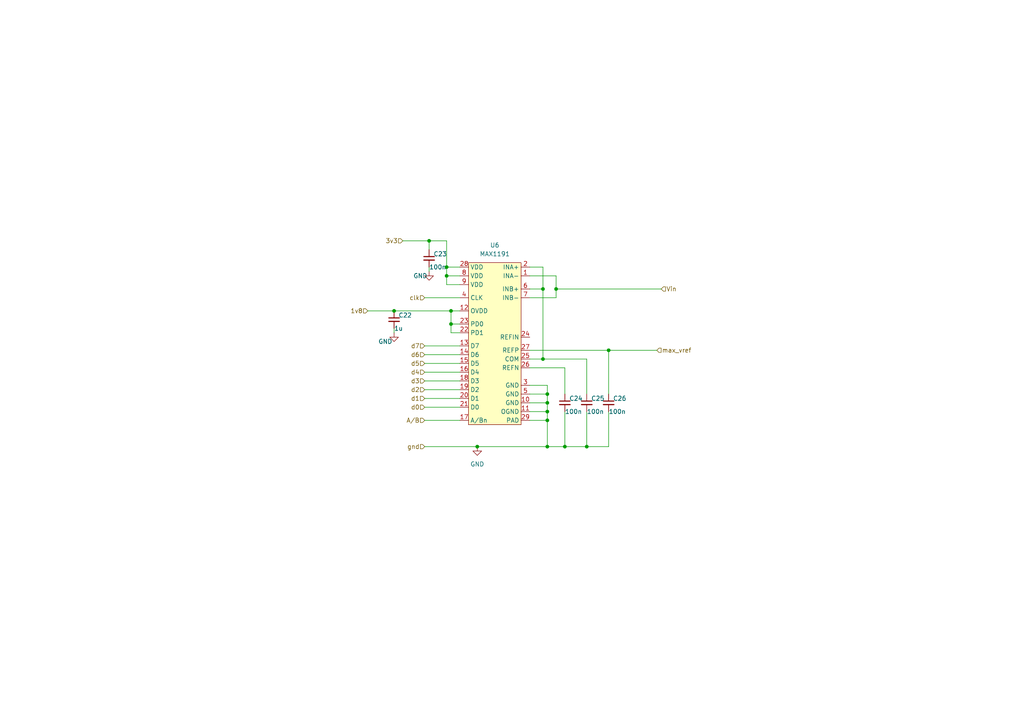
<source format=kicad_sch>
(kicad_sch (version 20211123) (generator eeschema)

  (uuid 3a186c3a-e753-4d92-969b-521b857a3f91)

  (paper "A4")

  (lib_symbols
    (symbol "0_kicad_custom_symbols:MAX1191" (in_bom yes) (on_board yes)
      (property "Reference" "U" (id 0) (at -1.27 25.4 0)
        (effects (font (size 1.27 1.27)))
      )
      (property "Value" "MAX1191" (id 1) (at -1.27 22.86 0)
        (effects (font (size 1.27 1.27)))
      )
      (property "Footprint" "" (id 2) (at -10.16 22.86 0)
        (effects (font (size 1.27 1.27)) hide)
      )
      (property "Datasheet" "" (id 3) (at -10.16 22.86 0)
        (effects (font (size 1.27 1.27)) hide)
      )
      (symbol "MAX1191_0_0"
        (pin unspecified line (at 10.16 17.78 180) (length 2.54)
          (name "INA-" (effects (font (size 1.27 1.27))))
          (number "1" (effects (font (size 1.27 1.27))))
        )
        (pin unspecified line (at 10.16 -19.05 180) (length 2.54)
          (name "GND" (effects (font (size 1.27 1.27))))
          (number "10" (effects (font (size 1.27 1.27))))
        )
        (pin unspecified line (at 10.16 -21.59 180) (length 2.54)
          (name "OGND" (effects (font (size 1.27 1.27))))
          (number "11" (effects (font (size 1.27 1.27))))
        )
        (pin unspecified line (at -10.16 7.62 0) (length 2.54)
          (name "OVDD" (effects (font (size 1.27 1.27))))
          (number "12" (effects (font (size 1.27 1.27))))
        )
        (pin unspecified line (at -10.16 -2.54 0) (length 2.54)
          (name "D7" (effects (font (size 1.27 1.27))))
          (number "13" (effects (font (size 1.27 1.27))))
        )
        (pin unspecified line (at -10.16 -5.08 0) (length 2.54)
          (name "D6" (effects (font (size 1.27 1.27))))
          (number "14" (effects (font (size 1.27 1.27))))
        )
        (pin unspecified line (at -10.16 -7.62 0) (length 2.54)
          (name "D5" (effects (font (size 1.27 1.27))))
          (number "15" (effects (font (size 1.27 1.27))))
        )
        (pin unspecified line (at -10.16 -10.16 0) (length 2.54)
          (name "D4" (effects (font (size 1.27 1.27))))
          (number "16" (effects (font (size 1.27 1.27))))
        )
        (pin unspecified line (at -10.16 -24.13 0) (length 2.54)
          (name "A/Bn" (effects (font (size 1.27 1.27))))
          (number "17" (effects (font (size 1.27 1.27))))
        )
        (pin unspecified line (at -10.16 -12.7 0) (length 2.54)
          (name "D3" (effects (font (size 1.27 1.27))))
          (number "18" (effects (font (size 1.27 1.27))))
        )
        (pin unspecified line (at -10.16 -15.24 0) (length 2.54)
          (name "D2" (effects (font (size 1.27 1.27))))
          (number "19" (effects (font (size 1.27 1.27))))
        )
        (pin unspecified line (at 10.16 20.32 180) (length 2.54)
          (name "INA+" (effects (font (size 1.27 1.27))))
          (number "2" (effects (font (size 1.27 1.27))))
        )
        (pin unspecified line (at -10.16 -17.78 0) (length 2.54)
          (name "D1" (effects (font (size 1.27 1.27))))
          (number "20" (effects (font (size 1.27 1.27))))
        )
        (pin unspecified line (at -10.16 -20.32 0) (length 2.54)
          (name "D0" (effects (font (size 1.27 1.27))))
          (number "21" (effects (font (size 1.27 1.27))))
        )
        (pin unspecified line (at -10.16 1.27 0) (length 2.54)
          (name "PD1" (effects (font (size 1.27 1.27))))
          (number "22" (effects (font (size 1.27 1.27))))
        )
        (pin unspecified line (at -10.16 3.81 0) (length 2.54)
          (name "PD0" (effects (font (size 1.27 1.27))))
          (number "23" (effects (font (size 1.27 1.27))))
        )
        (pin unspecified line (at 10.16 0 180) (length 2.54)
          (name "REFIN" (effects (font (size 1.27 1.27))))
          (number "24" (effects (font (size 1.27 1.27))))
        )
        (pin unspecified line (at 10.16 -6.35 180) (length 2.54)
          (name "COM" (effects (font (size 1.27 1.27))))
          (number "25" (effects (font (size 1.27 1.27))))
        )
        (pin unspecified line (at 10.16 -8.89 180) (length 2.54)
          (name "REFN" (effects (font (size 1.27 1.27))))
          (number "26" (effects (font (size 1.27 1.27))))
        )
        (pin unspecified line (at 10.16 -3.81 180) (length 2.54)
          (name "REFP" (effects (font (size 1.27 1.27))))
          (number "27" (effects (font (size 1.27 1.27))))
        )
        (pin unspecified line (at -10.16 20.32 0) (length 2.54)
          (name "VDD" (effects (font (size 1.27 1.27))))
          (number "28" (effects (font (size 1.27 1.27))))
        )
        (pin unspecified line (at 10.16 -24.13 180) (length 2.54)
          (name "PAD" (effects (font (size 1.27 1.27))))
          (number "29" (effects (font (size 1.27 1.27))))
        )
        (pin unspecified line (at 10.16 -13.97 180) (length 2.54)
          (name "GND" (effects (font (size 1.27 1.27))))
          (number "3" (effects (font (size 1.27 1.27))))
        )
        (pin unspecified line (at -10.16 11.43 0) (length 2.54)
          (name "CLK" (effects (font (size 1.27 1.27))))
          (number "4" (effects (font (size 1.27 1.27))))
        )
        (pin unspecified line (at 10.16 -16.51 180) (length 2.54)
          (name "GND" (effects (font (size 1.27 1.27))))
          (number "5" (effects (font (size 1.27 1.27))))
        )
        (pin unspecified line (at 10.16 13.97 180) (length 2.54)
          (name "INB+" (effects (font (size 1.27 1.27))))
          (number "6" (effects (font (size 1.27 1.27))))
        )
        (pin unspecified line (at 10.16 11.43 180) (length 2.54)
          (name "INB-" (effects (font (size 1.27 1.27))))
          (number "7" (effects (font (size 1.27 1.27))))
        )
        (pin unspecified line (at -10.16 17.78 0) (length 2.54)
          (name "VDD" (effects (font (size 1.27 1.27))))
          (number "8" (effects (font (size 1.27 1.27))))
        )
        (pin unspecified line (at -10.16 15.24 0) (length 2.54)
          (name "VDD" (effects (font (size 1.27 1.27))))
          (number "9" (effects (font (size 1.27 1.27))))
        )
      )
      (symbol "MAX1191_0_1"
        (rectangle (start -7.62 21.59) (end 7.62 -25.4)
          (stroke (width 0) (type default) (color 0 0 0 0))
          (fill (type background))
        )
      )
    )
    (symbol "Device:C_Small" (pin_numbers hide) (pin_names (offset 0.254) hide) (in_bom yes) (on_board yes)
      (property "Reference" "C" (id 0) (at 0.254 1.778 0)
        (effects (font (size 1.27 1.27)) (justify left))
      )
      (property "Value" "C_Small" (id 1) (at 0.254 -2.032 0)
        (effects (font (size 1.27 1.27)) (justify left))
      )
      (property "Footprint" "" (id 2) (at 0 0 0)
        (effects (font (size 1.27 1.27)) hide)
      )
      (property "Datasheet" "~" (id 3) (at 0 0 0)
        (effects (font (size 1.27 1.27)) hide)
      )
      (property "ki_keywords" "capacitor cap" (id 4) (at 0 0 0)
        (effects (font (size 1.27 1.27)) hide)
      )
      (property "ki_description" "Unpolarized capacitor, small symbol" (id 5) (at 0 0 0)
        (effects (font (size 1.27 1.27)) hide)
      )
      (property "ki_fp_filters" "C_*" (id 6) (at 0 0 0)
        (effects (font (size 1.27 1.27)) hide)
      )
      (symbol "C_Small_0_1"
        (polyline
          (pts
            (xy -1.524 -0.508)
            (xy 1.524 -0.508)
          )
          (stroke (width 0.3302) (type default) (color 0 0 0 0))
          (fill (type none))
        )
        (polyline
          (pts
            (xy -1.524 0.508)
            (xy 1.524 0.508)
          )
          (stroke (width 0.3048) (type default) (color 0 0 0 0))
          (fill (type none))
        )
      )
      (symbol "C_Small_1_1"
        (pin passive line (at 0 2.54 270) (length 2.032)
          (name "~" (effects (font (size 1.27 1.27))))
          (number "1" (effects (font (size 1.27 1.27))))
        )
        (pin passive line (at 0 -2.54 90) (length 2.032)
          (name "~" (effects (font (size 1.27 1.27))))
          (number "2" (effects (font (size 1.27 1.27))))
        )
      )
    )
    (symbol "power:GND" (power) (pin_names (offset 0)) (in_bom yes) (on_board yes)
      (property "Reference" "#PWR" (id 0) (at 0 -6.35 0)
        (effects (font (size 1.27 1.27)) hide)
      )
      (property "Value" "GND" (id 1) (at 0 -3.81 0)
        (effects (font (size 1.27 1.27)))
      )
      (property "Footprint" "" (id 2) (at 0 0 0)
        (effects (font (size 1.27 1.27)) hide)
      )
      (property "Datasheet" "" (id 3) (at 0 0 0)
        (effects (font (size 1.27 1.27)) hide)
      )
      (property "ki_keywords" "power-flag" (id 4) (at 0 0 0)
        (effects (font (size 1.27 1.27)) hide)
      )
      (property "ki_description" "Power symbol creates a global label with name \"GND\" , ground" (id 5) (at 0 0 0)
        (effects (font (size 1.27 1.27)) hide)
      )
      (symbol "GND_0_1"
        (polyline
          (pts
            (xy 0 0)
            (xy 0 -1.27)
            (xy 1.27 -1.27)
            (xy 0 -2.54)
            (xy -1.27 -1.27)
            (xy 0 -1.27)
          )
          (stroke (width 0) (type default) (color 0 0 0 0))
          (fill (type none))
        )
      )
      (symbol "GND_1_1"
        (pin power_in line (at 0 0 270) (length 0) hide
          (name "GND" (effects (font (size 1.27 1.27))))
          (number "1" (effects (font (size 1.27 1.27))))
        )
      )
    )
  )

  (junction (at 130.81 90.17) (diameter 0) (color 0 0 0 0)
    (uuid 009c2790-8889-41cf-b715-897af59e514f)
  )
  (junction (at 157.48 83.82) (diameter 0) (color 0 0 0 0)
    (uuid 0d6ee968-2c11-422f-b580-24ba3aa35505)
  )
  (junction (at 130.81 93.98) (diameter 0) (color 0 0 0 0)
    (uuid 4203972a-0b82-4af2-8c38-9a790fc3fc95)
  )
  (junction (at 170.18 129.54) (diameter 0) (color 0 0 0 0)
    (uuid 56a6ba4c-4004-46de-80d0-84f173694cf9)
  )
  (junction (at 129.54 80.01) (diameter 0) (color 0 0 0 0)
    (uuid 56d2defa-efae-476c-ae21-1d3b1b224979)
  )
  (junction (at 158.75 114.3) (diameter 0) (color 0 0 0 0)
    (uuid 6388cda6-0264-47e5-9552-66c45d925121)
  )
  (junction (at 158.75 116.84) (diameter 0) (color 0 0 0 0)
    (uuid 83432c3a-edcd-4145-b30a-4817d2121009)
  )
  (junction (at 158.75 121.92) (diameter 0) (color 0 0 0 0)
    (uuid 83a43ae1-db50-4364-9fec-c0d7e36b7f0a)
  )
  (junction (at 114.3 90.17) (diameter 0) (color 0 0 0 0)
    (uuid 8526a745-332d-4d31-8327-8cf158348bfa)
  )
  (junction (at 157.48 104.14) (diameter 0) (color 0 0 0 0)
    (uuid b79beb60-d22f-4974-8783-64a0c227e42d)
  )
  (junction (at 158.75 119.38) (diameter 0) (color 0 0 0 0)
    (uuid c1590a38-3c10-425e-858a-95aa249f91d6)
  )
  (junction (at 163.83 129.54) (diameter 0) (color 0 0 0 0)
    (uuid cb4ab98c-c919-4089-a2f7-e23987412199)
  )
  (junction (at 138.43 129.54) (diameter 0) (color 0 0 0 0)
    (uuid d391cc59-edc8-42be-81ee-08472c801038)
  )
  (junction (at 176.53 101.6) (diameter 0) (color 0 0 0 0)
    (uuid d9a3889e-c3ff-452b-9b3c-d2bc2782c1e0)
  )
  (junction (at 158.75 129.54) (diameter 0) (color 0 0 0 0)
    (uuid df76cb42-8292-4b0e-80a2-725c4a5377bf)
  )
  (junction (at 161.29 83.82) (diameter 0) (color 0 0 0 0)
    (uuid eea3461b-6fe6-4913-8ad3-211a181590ec)
  )
  (junction (at 124.46 69.85) (diameter 0) (color 0 0 0 0)
    (uuid f1fb2a2e-b849-40c6-8083-3d1d5a7e7fb0)
  )
  (junction (at 129.54 77.47) (diameter 0) (color 0 0 0 0)
    (uuid f518a3ca-56d3-4ca5-8a74-9f5d45e1a02a)
  )

  (wire (pts (xy 153.67 119.38) (xy 158.75 119.38))
    (stroke (width 0) (type default) (color 0 0 0 0))
    (uuid 03af67bb-de50-4d09-ba2f-1af046c9ba73)
  )
  (wire (pts (xy 138.43 129.54) (xy 158.75 129.54))
    (stroke (width 0) (type default) (color 0 0 0 0))
    (uuid 056712ce-e684-4f33-9955-9e53f8ff1f30)
  )
  (wire (pts (xy 158.75 111.76) (xy 158.75 114.3))
    (stroke (width 0) (type default) (color 0 0 0 0))
    (uuid 057649b6-dcfe-4ad2-b574-b808dad9cb8b)
  )
  (wire (pts (xy 157.48 83.82) (xy 157.48 104.14))
    (stroke (width 0) (type default) (color 0 0 0 0))
    (uuid 061a9b0a-06ef-4659-82d4-812ea0d95a1a)
  )
  (wire (pts (xy 123.19 110.49) (xy 133.35 110.49))
    (stroke (width 0) (type default) (color 0 0 0 0))
    (uuid 0a226972-16d7-4dbb-9567-35d717ca05a9)
  )
  (wire (pts (xy 129.54 82.55) (xy 129.54 80.01))
    (stroke (width 0) (type default) (color 0 0 0 0))
    (uuid 0d50162a-1f0f-4c5d-9846-aa0e7fa44053)
  )
  (wire (pts (xy 153.67 83.82) (xy 157.48 83.82))
    (stroke (width 0) (type default) (color 0 0 0 0))
    (uuid 0f3513b2-6805-4700-9e3f-0249e5384f67)
  )
  (wire (pts (xy 158.75 121.92) (xy 158.75 129.54))
    (stroke (width 0) (type default) (color 0 0 0 0))
    (uuid 13be5d43-0f3d-4b17-9714-9a41f8a71774)
  )
  (wire (pts (xy 158.75 119.38) (xy 158.75 121.92))
    (stroke (width 0) (type default) (color 0 0 0 0))
    (uuid 17cff373-d871-45fa-b23b-25c7ad05cd97)
  )
  (wire (pts (xy 170.18 114.3) (xy 170.18 104.14))
    (stroke (width 0) (type default) (color 0 0 0 0))
    (uuid 1b40dec0-22e6-4f93-91f0-0473e1ff2517)
  )
  (wire (pts (xy 123.19 118.11) (xy 133.35 118.11))
    (stroke (width 0) (type default) (color 0 0 0 0))
    (uuid 2e29d9ea-43b3-43ae-9970-93c2d20791b4)
  )
  (wire (pts (xy 123.19 105.41) (xy 133.35 105.41))
    (stroke (width 0) (type default) (color 0 0 0 0))
    (uuid 30524622-027f-4d91-9144-1d4d8e5c493b)
  )
  (wire (pts (xy 124.46 69.85) (xy 129.54 69.85))
    (stroke (width 0) (type default) (color 0 0 0 0))
    (uuid 3122eb30-9137-415f-94af-f8db0f960ddb)
  )
  (wire (pts (xy 130.81 90.17) (xy 133.35 90.17))
    (stroke (width 0) (type default) (color 0 0 0 0))
    (uuid 375e67e8-6a7b-4429-a9d2-b84cedefab28)
  )
  (wire (pts (xy 133.35 96.52) (xy 130.81 96.52))
    (stroke (width 0) (type default) (color 0 0 0 0))
    (uuid 3b4a8297-8916-434e-8bb2-684afc510d33)
  )
  (wire (pts (xy 129.54 77.47) (xy 133.35 77.47))
    (stroke (width 0) (type default) (color 0 0 0 0))
    (uuid 3dce3440-a326-4e57-a6b4-394695f588a5)
  )
  (wire (pts (xy 114.3 95.25) (xy 114.3 96.52))
    (stroke (width 0) (type default) (color 0 0 0 0))
    (uuid 3e7c71c1-36c4-4190-ab1f-53c77359e765)
  )
  (wire (pts (xy 130.81 93.98) (xy 133.35 93.98))
    (stroke (width 0) (type default) (color 0 0 0 0))
    (uuid 3f3488f1-b0f0-4a0d-9794-d82a2033ea7b)
  )
  (wire (pts (xy 163.83 106.68) (xy 153.67 106.68))
    (stroke (width 0) (type default) (color 0 0 0 0))
    (uuid 43a66af9-81ea-47af-b364-c18e5cd8ef78)
  )
  (wire (pts (xy 123.19 102.87) (xy 133.35 102.87))
    (stroke (width 0) (type default) (color 0 0 0 0))
    (uuid 516a1ff0-9408-40db-9c23-cecaf6f107d2)
  )
  (wire (pts (xy 158.75 116.84) (xy 158.75 119.38))
    (stroke (width 0) (type default) (color 0 0 0 0))
    (uuid 523e6cb9-2bb8-46bf-b491-0c196ac18d1c)
  )
  (wire (pts (xy 170.18 129.54) (xy 163.83 129.54))
    (stroke (width 0) (type default) (color 0 0 0 0))
    (uuid 55ac9675-0d61-4cb8-b5c7-682382924ffe)
  )
  (wire (pts (xy 129.54 80.01) (xy 133.35 80.01))
    (stroke (width 0) (type default) (color 0 0 0 0))
    (uuid 582fb485-074f-4636-9f2c-f330a2246ac0)
  )
  (wire (pts (xy 161.29 83.82) (xy 161.29 80.01))
    (stroke (width 0) (type default) (color 0 0 0 0))
    (uuid 5b0fca35-82eb-443b-a7c8-6b822478b524)
  )
  (wire (pts (xy 153.67 114.3) (xy 158.75 114.3))
    (stroke (width 0) (type default) (color 0 0 0 0))
    (uuid 61a5a92b-a207-4738-84b4-bfb237e521df)
  )
  (wire (pts (xy 123.19 86.36) (xy 133.35 86.36))
    (stroke (width 0) (type default) (color 0 0 0 0))
    (uuid 629d2249-6534-4169-9f62-4185ebf4620a)
  )
  (wire (pts (xy 161.29 86.36) (xy 161.29 83.82))
    (stroke (width 0) (type default) (color 0 0 0 0))
    (uuid 6835a406-aa8e-460a-8a49-0e6e29f89121)
  )
  (wire (pts (xy 123.19 121.92) (xy 133.35 121.92))
    (stroke (width 0) (type default) (color 0 0 0 0))
    (uuid 69a767ff-af7a-492a-9e6f-e70ea76f8960)
  )
  (wire (pts (xy 161.29 80.01) (xy 153.67 80.01))
    (stroke (width 0) (type default) (color 0 0 0 0))
    (uuid 6e988461-ec40-4ae8-8c49-cf19c323e377)
  )
  (wire (pts (xy 133.35 82.55) (xy 129.54 82.55))
    (stroke (width 0) (type default) (color 0 0 0 0))
    (uuid 6fe94583-329a-42df-9dac-baaccab8eca9)
  )
  (wire (pts (xy 130.81 96.52) (xy 130.81 93.98))
    (stroke (width 0) (type default) (color 0 0 0 0))
    (uuid 72843507-9dc5-419a-a835-3db96fd7ca61)
  )
  (wire (pts (xy 129.54 80.01) (xy 129.54 77.47))
    (stroke (width 0) (type default) (color 0 0 0 0))
    (uuid 748d780c-6698-4128-b118-fe4cbb1925b8)
  )
  (wire (pts (xy 163.83 114.3) (xy 163.83 106.68))
    (stroke (width 0) (type default) (color 0 0 0 0))
    (uuid 794f4a57-6554-4458-b743-b19a853994c7)
  )
  (wire (pts (xy 123.19 100.33) (xy 133.35 100.33))
    (stroke (width 0) (type default) (color 0 0 0 0))
    (uuid 7bb3062b-3478-421a-80db-3f8fc4077c20)
  )
  (wire (pts (xy 116.84 69.85) (xy 124.46 69.85))
    (stroke (width 0) (type default) (color 0 0 0 0))
    (uuid 85be3060-14ff-456f-bf81-a070bde9da7e)
  )
  (wire (pts (xy 176.53 114.3) (xy 176.53 101.6))
    (stroke (width 0) (type default) (color 0 0 0 0))
    (uuid 89bde8db-00d9-4023-9549-0d9f36616c0d)
  )
  (wire (pts (xy 170.18 119.38) (xy 170.18 129.54))
    (stroke (width 0) (type default) (color 0 0 0 0))
    (uuid 91b76a4d-d416-48b3-a46b-8919de1ae62b)
  )
  (wire (pts (xy 153.67 111.76) (xy 158.75 111.76))
    (stroke (width 0) (type default) (color 0 0 0 0))
    (uuid 924ae627-3671-4d8e-a6ee-439c34a13070)
  )
  (wire (pts (xy 114.3 90.17) (xy 130.81 90.17))
    (stroke (width 0) (type default) (color 0 0 0 0))
    (uuid a292a8f0-6a2f-4f40-a50e-d2508f4997f6)
  )
  (wire (pts (xy 153.67 116.84) (xy 158.75 116.84))
    (stroke (width 0) (type default) (color 0 0 0 0))
    (uuid aaba882e-7d3f-41a7-a853-e8f19961fc5b)
  )
  (wire (pts (xy 123.19 115.57) (xy 133.35 115.57))
    (stroke (width 0) (type default) (color 0 0 0 0))
    (uuid ae3b24c2-a550-4522-8e8e-c86f77c401c7)
  )
  (wire (pts (xy 157.48 77.47) (xy 157.48 83.82))
    (stroke (width 0) (type default) (color 0 0 0 0))
    (uuid aea05e1d-c8e5-4863-ad26-f0b961a8d385)
  )
  (wire (pts (xy 161.29 83.82) (xy 191.77 83.82))
    (stroke (width 0) (type default) (color 0 0 0 0))
    (uuid b22b5239-8ef8-418a-bba0-d1c921fbe235)
  )
  (wire (pts (xy 123.19 107.95) (xy 133.35 107.95))
    (stroke (width 0) (type default) (color 0 0 0 0))
    (uuid b8475827-1727-4f78-8bfd-39f11bfd4ea4)
  )
  (wire (pts (xy 124.46 77.47) (xy 124.46 78.74))
    (stroke (width 0) (type default) (color 0 0 0 0))
    (uuid bec30309-c02c-437b-9124-0d3d7e3fbd8a)
  )
  (wire (pts (xy 153.67 86.36) (xy 161.29 86.36))
    (stroke (width 0) (type default) (color 0 0 0 0))
    (uuid c5f3ef44-1f9e-4c48-b5dd-344ebcb00de6)
  )
  (wire (pts (xy 170.18 104.14) (xy 157.48 104.14))
    (stroke (width 0) (type default) (color 0 0 0 0))
    (uuid c606cd10-3015-44ba-bfcd-47f2d35c82e0)
  )
  (wire (pts (xy 176.53 101.6) (xy 153.67 101.6))
    (stroke (width 0) (type default) (color 0 0 0 0))
    (uuid c7d6f129-8126-4c35-8ddc-1542ca0e570a)
  )
  (wire (pts (xy 158.75 121.92) (xy 153.67 121.92))
    (stroke (width 0) (type default) (color 0 0 0 0))
    (uuid c86452d9-10ff-4bd5-8ffb-24c18cb1ac62)
  )
  (wire (pts (xy 124.46 72.39) (xy 124.46 69.85))
    (stroke (width 0) (type default) (color 0 0 0 0))
    (uuid cb6c7595-2246-46f9-a2fa-4c999ad06db4)
  )
  (wire (pts (xy 129.54 69.85) (xy 129.54 77.47))
    (stroke (width 0) (type default) (color 0 0 0 0))
    (uuid cbd822d3-d2e1-4c3e-9116-fb18aa0b0a79)
  )
  (wire (pts (xy 123.19 129.54) (xy 138.43 129.54))
    (stroke (width 0) (type default) (color 0 0 0 0))
    (uuid d2f79b6b-5357-4146-ba09-85b79be81fee)
  )
  (wire (pts (xy 153.67 77.47) (xy 157.48 77.47))
    (stroke (width 0) (type default) (color 0 0 0 0))
    (uuid d82d7dd5-6c07-4c01-9f40-6ace4fe63ecd)
  )
  (wire (pts (xy 158.75 114.3) (xy 158.75 116.84))
    (stroke (width 0) (type default) (color 0 0 0 0))
    (uuid de35deca-9384-4728-b566-9f9773249ec8)
  )
  (wire (pts (xy 123.19 113.03) (xy 133.35 113.03))
    (stroke (width 0) (type default) (color 0 0 0 0))
    (uuid e1de7b6e-2319-4c5d-94fe-c6e2bcc66182)
  )
  (wire (pts (xy 106.68 90.17) (xy 114.3 90.17))
    (stroke (width 0) (type default) (color 0 0 0 0))
    (uuid e2222ee0-2aa3-4db0-8371-14407623d2ab)
  )
  (wire (pts (xy 176.53 119.38) (xy 176.53 129.54))
    (stroke (width 0) (type default) (color 0 0 0 0))
    (uuid e306bd0f-2e90-4a51-87f5-024c80016725)
  )
  (wire (pts (xy 176.53 129.54) (xy 170.18 129.54))
    (stroke (width 0) (type default) (color 0 0 0 0))
    (uuid f142632f-5dc8-42a3-8e71-6773d61fd401)
  )
  (wire (pts (xy 130.81 93.98) (xy 130.81 90.17))
    (stroke (width 0) (type default) (color 0 0 0 0))
    (uuid f2bb64e8-ad06-422c-a091-7492f206e862)
  )
  (wire (pts (xy 163.83 129.54) (xy 158.75 129.54))
    (stroke (width 0) (type default) (color 0 0 0 0))
    (uuid f66489a3-2d4a-4888-8acd-022f6507455e)
  )
  (wire (pts (xy 176.53 101.6) (xy 190.5 101.6))
    (stroke (width 0) (type default) (color 0 0 0 0))
    (uuid f87b8f35-cc80-4c01-9bdb-ff812c8d440d)
  )
  (wire (pts (xy 157.48 104.14) (xy 153.67 104.14))
    (stroke (width 0) (type default) (color 0 0 0 0))
    (uuid fb019ae5-5276-4e50-8910-d650d6f383ff)
  )
  (wire (pts (xy 163.83 119.38) (xy 163.83 129.54))
    (stroke (width 0) (type default) (color 0 0 0 0))
    (uuid ffe79284-edce-4352-b42f-d910f41fa292)
  )

  (hierarchical_label "Vin" (shape input) (at 191.77 83.82 0)
    (effects (font (size 1.27 1.27)) (justify left))
    (uuid 05a5eb0e-02be-4f8b-9880-2b5c1694f79e)
  )
  (hierarchical_label "d3" (shape input) (at 123.19 110.49 180)
    (effects (font (size 1.27 1.27)) (justify right))
    (uuid 19a9935b-0ed8-4cc5-87a7-d790bdaeb026)
  )
  (hierarchical_label "1v8" (shape input) (at 106.68 90.17 180)
    (effects (font (size 1.27 1.27)) (justify right))
    (uuid 1fdb08b9-3a1a-4159-95f1-b75647f25ae2)
  )
  (hierarchical_label "d2" (shape input) (at 123.19 113.03 180)
    (effects (font (size 1.27 1.27)) (justify right))
    (uuid 20ec0847-0e4b-44a9-8d60-b4cc6ceea1d9)
  )
  (hierarchical_label "gnd" (shape input) (at 123.19 129.54 180)
    (effects (font (size 1.27 1.27)) (justify right))
    (uuid 31e53d69-ceac-47e2-a1d1-aa5dbd357004)
  )
  (hierarchical_label "d0" (shape input) (at 123.19 118.11 180)
    (effects (font (size 1.27 1.27)) (justify right))
    (uuid 38bf970e-705e-4a07-a96a-3513a2f823e9)
  )
  (hierarchical_label "A{slash}B" (shape input) (at 123.19 121.92 180)
    (effects (font (size 1.27 1.27)) (justify right))
    (uuid 55e064a6-aa99-4858-8d1f-fba7d2d3a258)
  )
  (hierarchical_label "3v3" (shape input) (at 116.84 69.85 180)
    (effects (font (size 1.27 1.27)) (justify right))
    (uuid 57cd0bee-e996-4011-b0ca-c6417c65704c)
  )
  (hierarchical_label "max_vref" (shape input) (at 190.5 101.6 0)
    (effects (font (size 1.27 1.27)) (justify left))
    (uuid 81f16ee4-a0a8-4ccb-a873-7f7ff08ff28b)
  )
  (hierarchical_label "clk" (shape input) (at 123.19 86.36 180)
    (effects (font (size 1.27 1.27)) (justify right))
    (uuid 92958511-3a56-4d6d-8c9a-1221d63133eb)
  )
  (hierarchical_label "d5" (shape input) (at 123.19 105.41 180)
    (effects (font (size 1.27 1.27)) (justify right))
    (uuid a557abcf-0e48-45ac-b1ee-f3c31157667d)
  )
  (hierarchical_label "d7" (shape input) (at 123.19 100.33 180)
    (effects (font (size 1.27 1.27)) (justify right))
    (uuid b9b49bdc-e9d5-41c0-ba41-24db7930a148)
  )
  (hierarchical_label "d1" (shape input) (at 123.19 115.57 180)
    (effects (font (size 1.27 1.27)) (justify right))
    (uuid cc9ad428-c551-4af6-add9-ed0495923af8)
  )
  (hierarchical_label "d4" (shape input) (at 123.19 107.95 180)
    (effects (font (size 1.27 1.27)) (justify right))
    (uuid dedc8579-0d4a-4710-9dad-9ead1f2d25de)
  )
  (hierarchical_label "d6" (shape input) (at 123.19 102.87 180)
    (effects (font (size 1.27 1.27)) (justify right))
    (uuid e0269b1d-8844-4014-bf44-b8a6ed3aaaea)
  )

  (symbol (lib_id "Device:C_Small") (at 163.83 116.84 0) (unit 1)
    (in_bom yes) (on_board yes)
    (uuid 0cf6a68c-8a54-4bd0-ae51-4d1c74339cce)
    (property "Reference" "C24" (id 0) (at 165.1 115.57 0)
      (effects (font (size 1.27 1.27)) (justify left))
    )
    (property "Value" "100n" (id 1) (at 163.83 119.38 0)
      (effects (font (size 1.27 1.27)) (justify left))
    )
    (property "Footprint" "Capacitor_SMD:C_0603_1608Metric_Pad1.08x0.95mm_HandSolder" (id 2) (at 163.83 116.84 0)
      (effects (font (size 1.27 1.27)) hide)
    )
    (property "Datasheet" "~" (id 3) (at 163.83 116.84 0)
      (effects (font (size 1.27 1.27)) hide)
    )
    (pin "1" (uuid 5bff5c7c-637e-4079-a7d8-59d52843409f))
    (pin "2" (uuid 511e4196-43d1-4725-bf8b-7d18e07840df))
  )

  (symbol (lib_id "power:GND") (at 124.46 78.74 0) (unit 1)
    (in_bom yes) (on_board yes)
    (uuid 1135741a-1761-4b7d-9607-0bd298f2a135)
    (property "Reference" "#PWR0117" (id 0) (at 124.46 85.09 0)
      (effects (font (size 1.27 1.27)) hide)
    )
    (property "Value" "GND" (id 1) (at 121.92 80.01 0))
    (property "Footprint" "" (id 2) (at 124.46 78.74 0)
      (effects (font (size 1.27 1.27)) hide)
    )
    (property "Datasheet" "" (id 3) (at 124.46 78.74 0)
      (effects (font (size 1.27 1.27)) hide)
    )
    (pin "1" (uuid bc2b8b53-48c8-43aa-beab-e18a150c1009))
  )

  (symbol (lib_id "Device:C_Small") (at 170.18 116.84 0) (unit 1)
    (in_bom yes) (on_board yes)
    (uuid 4cd94c9d-3735-4a87-867d-c90b72d350a8)
    (property "Reference" "C25" (id 0) (at 171.45 115.57 0)
      (effects (font (size 1.27 1.27)) (justify left))
    )
    (property "Value" "100n" (id 1) (at 170.18 119.38 0)
      (effects (font (size 1.27 1.27)) (justify left))
    )
    (property "Footprint" "Capacitor_SMD:C_0603_1608Metric_Pad1.08x0.95mm_HandSolder" (id 2) (at 170.18 116.84 0)
      (effects (font (size 1.27 1.27)) hide)
    )
    (property "Datasheet" "~" (id 3) (at 170.18 116.84 0)
      (effects (font (size 1.27 1.27)) hide)
    )
    (pin "1" (uuid b3249621-b59f-4299-bb34-d7c36cbac308))
    (pin "2" (uuid d58831ff-3200-4740-af38-be7c91827a87))
  )

  (symbol (lib_id "power:GND") (at 114.3 96.52 0) (unit 1)
    (in_bom yes) (on_board yes)
    (uuid 50b6aba3-37b7-442c-bb81-c9c87f51b375)
    (property "Reference" "#PWR0118" (id 0) (at 114.3 102.87 0)
      (effects (font (size 1.27 1.27)) hide)
    )
    (property "Value" "GND" (id 1) (at 111.76 99.06 0))
    (property "Footprint" "" (id 2) (at 114.3 96.52 0)
      (effects (font (size 1.27 1.27)) hide)
    )
    (property "Datasheet" "" (id 3) (at 114.3 96.52 0)
      (effects (font (size 1.27 1.27)) hide)
    )
    (pin "1" (uuid 741b4bee-6a7c-4b3c-9738-429b90fe4f4b))
  )

  (symbol (lib_id "Device:C_Small") (at 176.53 116.84 0) (unit 1)
    (in_bom yes) (on_board yes)
    (uuid 5662eb89-c5fa-4073-8e64-3adb668d7988)
    (property "Reference" "C26" (id 0) (at 177.8 115.57 0)
      (effects (font (size 1.27 1.27)) (justify left))
    )
    (property "Value" "100n" (id 1) (at 176.53 119.38 0)
      (effects (font (size 1.27 1.27)) (justify left))
    )
    (property "Footprint" "Capacitor_SMD:C_0603_1608Metric_Pad1.08x0.95mm_HandSolder" (id 2) (at 176.53 116.84 0)
      (effects (font (size 1.27 1.27)) hide)
    )
    (property "Datasheet" "~" (id 3) (at 176.53 116.84 0)
      (effects (font (size 1.27 1.27)) hide)
    )
    (pin "1" (uuid 37f153c0-d307-4cfc-8344-8bc4b00b2ebe))
    (pin "2" (uuid a515b6cf-9f2b-4fb4-bb29-5a58ffb11cb6))
  )

  (symbol (lib_id "Device:C_Small") (at 124.46 74.93 0) (unit 1)
    (in_bom yes) (on_board yes)
    (uuid e6be3a9e-2806-456f-926a-db4f84b667af)
    (property "Reference" "C23" (id 0) (at 125.73 73.66 0)
      (effects (font (size 1.27 1.27)) (justify left))
    )
    (property "Value" "100n" (id 1) (at 124.46 77.47 0)
      (effects (font (size 1.27 1.27)) (justify left))
    )
    (property "Footprint" "Capacitor_SMD:C_0603_1608Metric_Pad1.08x0.95mm_HandSolder" (id 2) (at 124.46 74.93 0)
      (effects (font (size 1.27 1.27)) hide)
    )
    (property "Datasheet" "~" (id 3) (at 124.46 74.93 0)
      (effects (font (size 1.27 1.27)) hide)
    )
    (pin "1" (uuid fe885555-8c65-4521-896e-b22dfab06560))
    (pin "2" (uuid dd963389-f4cb-4011-9e75-6b7b3f60b3dc))
  )

  (symbol (lib_id "Device:C_Small") (at 114.3 92.71 0) (unit 1)
    (in_bom yes) (on_board yes)
    (uuid ea2abe44-01af-46f8-8f4a-7abcf00d1d81)
    (property "Reference" "C22" (id 0) (at 115.57 91.44 0)
      (effects (font (size 1.27 1.27)) (justify left))
    )
    (property "Value" "1u" (id 1) (at 114.3 95.25 0)
      (effects (font (size 1.27 1.27)) (justify left))
    )
    (property "Footprint" "Capacitor_SMD:C_0603_1608Metric_Pad1.08x0.95mm_HandSolder" (id 2) (at 114.3 92.71 0)
      (effects (font (size 1.27 1.27)) hide)
    )
    (property "Datasheet" "~" (id 3) (at 114.3 92.71 0)
      (effects (font (size 1.27 1.27)) hide)
    )
    (pin "1" (uuid da21a861-071c-43ab-9669-59b0f7b61c77))
    (pin "2" (uuid 1dd563f3-7123-4be6-8816-0369a0c7148b))
  )

  (symbol (lib_id "power:GND") (at 138.43 129.54 0) (unit 1)
    (in_bom yes) (on_board yes) (fields_autoplaced)
    (uuid f89362e4-d511-4fc4-86cf-710e6a461c3d)
    (property "Reference" "#PWR0116" (id 0) (at 138.43 135.89 0)
      (effects (font (size 1.27 1.27)) hide)
    )
    (property "Value" "GND" (id 1) (at 138.43 134.62 0))
    (property "Footprint" "" (id 2) (at 138.43 129.54 0)
      (effects (font (size 1.27 1.27)) hide)
    )
    (property "Datasheet" "" (id 3) (at 138.43 129.54 0)
      (effects (font (size 1.27 1.27)) hide)
    )
    (pin "1" (uuid 46495fed-359e-4c30-808a-9217af090de7))
  )

  (symbol (lib_id "0_kicad_custom_symbols:MAX1191") (at 143.51 97.79 0) (unit 1)
    (in_bom yes) (on_board yes) (fields_autoplaced)
    (uuid fe780a02-fd5f-4cf7-a215-01856a1aa947)
    (property "Reference" "U6" (id 0) (at 143.51 71.12 0))
    (property "Value" "MAX1191" (id 1) (at 143.51 73.66 0))
    (property "Footprint" "Package_DFN_QFN:QFN-28-1EP_5x5mm_P0.5mm_EP3.35x3.35mm" (id 2) (at 133.35 74.93 0)
      (effects (font (size 1.27 1.27)) hide)
    )
    (property "Datasheet" "" (id 3) (at 133.35 74.93 0)
      (effects (font (size 1.27 1.27)) hide)
    )
    (pin "1" (uuid 377773b8-0b78-4e3a-bc76-c05f6f0fcc7e))
    (pin "10" (uuid bfb62c1d-af6d-4441-8504-cc5acfc3475c))
    (pin "11" (uuid 1cbe7094-4a4e-4f0a-a88e-fb574d20f95c))
    (pin "12" (uuid bb01e9fe-5d4d-4d99-8d90-ce569a8d2632))
    (pin "13" (uuid 4a713863-b408-4b04-8ab2-f3b2200bcfa4))
    (pin "14" (uuid 8b564cf1-8371-42c0-9163-af689d21e90c))
    (pin "15" (uuid a979c1bf-3046-49d1-9ec5-3931457079ca))
    (pin "16" (uuid c9125381-427f-4514-b78c-ab026758249f))
    (pin "17" (uuid f08ebad7-7304-4e90-967a-c37947f634bc))
    (pin "18" (uuid e3b6ebb1-1531-41c2-9189-0cc33721c293))
    (pin "19" (uuid 9f0a3e59-c35f-474f-a15b-2c1d222a477d))
    (pin "2" (uuid 872ee068-9b64-4300-95a4-dd7610bc0628))
    (pin "20" (uuid a9c58a7f-3cab-4a38-968d-fdd9ac3db0c9))
    (pin "21" (uuid 63dda8d6-6690-40fe-a303-f141a60eab39))
    (pin "22" (uuid f6047e1c-09b2-41ba-8014-62d097b8cda3))
    (pin "23" (uuid 869f9900-25f5-4f00-94d9-5d4a825ec1e5))
    (pin "24" (uuid d45d06e9-99a6-4f5c-a048-1c966eda3a8b))
    (pin "25" (uuid f429ab3d-f403-48ac-b5a3-dab17ceb8537))
    (pin "26" (uuid d058d1c1-8723-4992-9231-80082c16535d))
    (pin "27" (uuid 6f34545f-1172-4c4f-bb64-71a67f673339))
    (pin "28" (uuid 8f22201e-a056-4980-be76-1a4fbfe7270d))
    (pin "29" (uuid b40ca82d-3849-484e-805f-2b11b3e26f09))
    (pin "3" (uuid 4ae8297e-5cdd-46ee-8a1c-1669ec8c5c14))
    (pin "4" (uuid 357403a0-c1a6-4be4-9c8f-4f8866185b64))
    (pin "5" (uuid 39776633-0ab6-4441-abb9-52470ccf2bf4))
    (pin "6" (uuid 6a675919-2c4b-4fb8-80d7-4e12c8e2111b))
    (pin "7" (uuid ee9f4201-c53c-4850-979a-7dcd92d01fdb))
    (pin "8" (uuid 967e2818-1fd7-4b6a-bf84-d66a77f6d638))
    (pin "9" (uuid 924df76d-e05c-4300-8d87-14bc9cb73330))
  )
)

</source>
